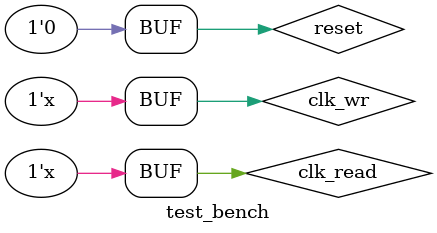
<source format=v>
`timescale 1ns / 1ps


module test_bench;

	// Inputs
	reg clk_read;
	reg clk_wr;
	reg reset;

	// Outputs
	wire [7:0] dout;
	wire r_empty;
	wire w_full;

	// Instantiate the Unit Under Test (UUT)
	Async_FIFO uut (
		.clk_read(clk_read), 
		.clk_wr(clk_wr), 
		.reset(reset), 
		.dout(dout), 
		.r_empty(r_empty), 
		.w_full(w_full)
	);

	initial begin
		// Initialize Inputs
		clk_read = 0;
		clk_wr = 0;
		reset = 1;
		#2 reset=0;
	end
		// Wait 100 ns for global reset to finish
		always begin
		#2.5 clk_wr = ~clk_wr;
		end
		always begin
		#25 clk_read = ~clk_read;
		end
        
		// Add stimulus here

      
endmodule
</source>
